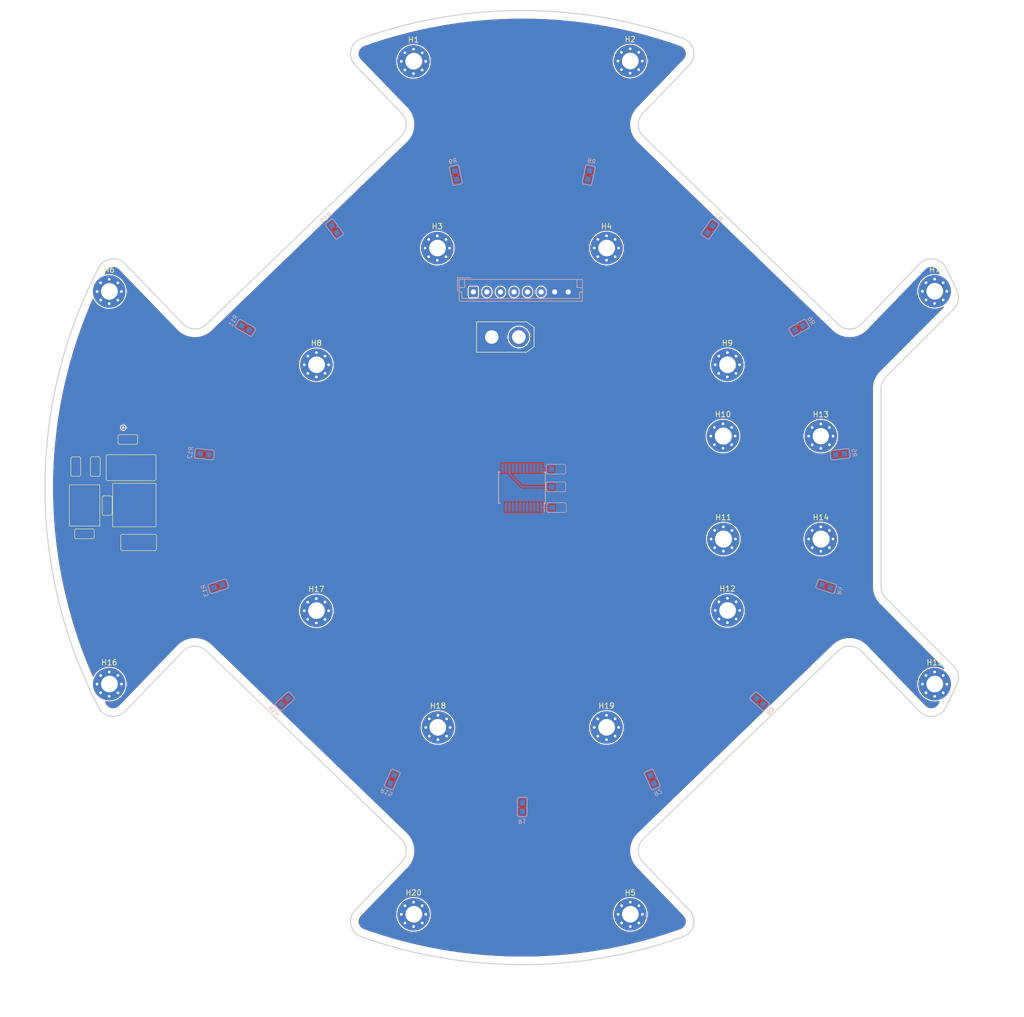
<source format=kicad_pcb>
(kicad_pcb (version 20221018) (generator pcbnew)
  (layers (0 "F.Cu" signal) (31 "B.Cu" signal) (34 "B.Paste" user) (35 "F.Paste" user) (36 "B.SilkS" user "B.Silkscreen") (37 "F.SilkS" user "F.Silkscreen") (38 "B.Mask" user) (39 "F.Mask" user) (44 "Edge.Cuts" user))
  (net 0 "")
  (net 1 "GND")
  (net 2 "+3V3")
  (net 3 "+5V")
  (net 4 "+12V")
  (net 5 "Net-(U2-BOOT)")
  (net 6 "Net-(U2-VSENSE)")
  (net 10 "Net-(D16-K)")
  (net 11 "/M1")
  (net 12 "/M1_S0")
  (net 13 "/M1_S1")
  (net 14 "/M1_S3")
  (net 15 "/M1_S2")
  (net 16 "Net-(U1-I0)")
  (net 17 "Net-(U1-I1)")
  (net 18 "Net-(U1-I2)")
  (net 19 "Net-(U1-I3)")
  (net 20 "Net-(U1-I4)")
  (net 21 "Net-(U1-I5)")
  (net 22 "Net-(U1-I6)")
  (net 23 "Net-(U1-I7)")
  (net 24 "Net-(U1-I8)")
  (net 25 "Net-(U1-I9)")
  (net 26 "Net-(U1-I10)")
  (net 27 "Net-(U1-I11)")
  (net 28 "Net-(U1-~{E})")
  (net 30 "Net-(U1-I12)")
  (net 31 "Net-(U1-I13)")
  (net 32 "Net-(U1-I14)")
  (footprint "MountingHole:MountingHole_3mm_Pad_Via" (layer "F.Cu") (at 146.225664 83.513046)
    (fp_text reference "H9" (at 0 -4) (layer "F.SilkS"))
    (fp_text value "MountingHole_Pad")
    (pad "1" thru_hole circle (at -2.25 0) (size 0.8 0.8) (drill 0.5) (layers "*.Cu" "*.Mask"))
    (pad "1" thru_hole circle (at -1.59099 -1.59099) (size 0.8 0.8) (drill 0.5) (layers "*.Cu" "*.Mask"))
    (pad "1" thru_hole circle (at -1.59099 1.59099) (size 0.8 0.8) (drill 0.5) (layers "*.Cu" "*.Mask"))
    (pad "1" thru_hole circle (at 0 -2.25) (size 0.8 0.8) (drill 0.5) (layers "*.Cu" "*.Mask"))
    (pad "1" thru_hole circle (at 0 0) (size 6 6) (drill 3) (layers "*.Cu" "*.Mask"))
    (pad "1" thru_hole circle (at 0 2.25) (size 0.8 0.8) (drill 0.5) (layers "*.Cu" "*.Mask"))
    (pad "1" thru_hole circle (at 1.59099 -1.59099) (size 0.8 0.8) (drill 0.5) (layers "*.Cu" "*.Mask"))
    (pad "1" thru_hole circle (at 1.59099 1.59099) (size 0.8 0.8) (drill 0.5) (layers "*.Cu" "*.Mask"))
    (pad "1" thru_hole circle (at 2.25 0) (size 0.8 0.8) (drill 0.5) (layers "*.Cu" "*.Mask"))
  )
  (footprint "MountingHole:MountingHole_3mm_Pad_Via" (layer "F.Cu") (at 70.445664 128.893046)
    (fp_text reference "H17" (at 0 -4) (layer "F.SilkS"))
    (fp_text value "MountingHole_Pad")
    (pad "1" thru_hole circle (at -2.25 0) (size 0.8 0.8) (drill 0.5) (layers "*.Cu" "*.Mask"))
    (pad "1" thru_hole circle (at -1.59099 -1.59099) (size 0.8 0.8) (drill 0.5) (layers "*.Cu" "*.Mask"))
    (pad "1" thru_hole circle (at -1.59099 1.59099) (size 0.8 0.8) (drill 0.5) (layers "*.Cu" "*.Mask"))
    (pad "1" thru_hole circle (at 0 -2.25) (size 0.8 0.8) (drill 0.5) (layers "*.Cu" "*.Mask"))
    (pad "1" thru_hole circle (at 0 0) (size 6 6) (drill 3) (layers "*.Cu" "*.Mask"))
    (pad "1" thru_hole circle (at 0 2.25) (size 0.8 0.8) (drill 0.5) (layers "*.Cu" "*.Mask"))
    (pad "1" thru_hole circle (at 1.59099 -1.59099) (size 0.8 0.8) (drill 0.5) (layers "*.Cu" "*.Mask"))
    (pad "1" thru_hole circle (at 1.59099 1.59099) (size 0.8 0.8) (drill 0.5) (layers "*.Cu" "*.Mask"))
    (pad "1" thru_hole circle (at 2.25 0) (size 0.8 0.8) (drill 0.5) (layers "*.Cu" "*.Mask"))
  )
  (footprint "MountingHole:MountingHole_3mm_Pad_Via" (layer "F.Cu") (at 145.415664 96.663046)
    (fp_text reference "H10" (at 0 -4) (layer "F.SilkS"))
    (fp_text value "MountingHole_Pad")
    (pad "1" thru_hole circle (at -2.25 0) (size 0.8 0.8) (drill 0.5) (layers "*.Cu" "*.Mask"))
    (pad "1" thru_hole circle (at -1.59099 -1.59099) (size 0.8 0.8) (drill 0.5) (layers "*.Cu" "*.Mask"))
    (pad "1" thru_hole circle (at -1.59099 1.59099) (size 0.8 0.8) (drill 0.5) (layers "*.Cu" "*.Mask"))
    (pad "1" thru_hole circle (at 0 -2.25) (size 0.8 0.8) (drill 0.5) (layers "*.Cu" "*.Mask"))
    (pad "1" thru_hole circle (at 0 0) (size 6 6) (drill 3) (layers "*.Cu" "*.Mask"))
    (pad "1" thru_hole circle (at 0 2.25) (size 0.8 0.8) (drill 0.5) (layers "*.Cu" "*.Mask"))
    (pad "1" thru_hole circle (at 1.59099 -1.59099) (size 0.8 0.8) (drill 0.5) (layers "*.Cu" "*.Mask"))
    (pad "1" thru_hole circle (at 1.59099 1.59099) (size 0.8 0.8) (drill 0.5) (layers "*.Cu" "*.Mask"))
    (pad "1" thru_hole circle (at 2.25 0) (size 0.8 0.8) (drill 0.5) (layers "*.Cu" "*.Mask"))
  )
  (footprint "MountingHole:MountingHole_3mm_Pad_Via" (layer "F.Cu") (at 88.355664 27.553046)
    (fp_text reference "H1" (at 0 -4) (layer "F.SilkS"))
    (fp_text value "MountingHole_Pad")
    (pad "1" thru_hole circle (at -2.25 0) (size 0.8 0.8) (drill 0.5) (layers "*.Cu" "*.Mask"))
    (pad "1" thru_hole circle (at -1.59099 -1.59099) (size 0.8 0.8) (drill 0.5) (layers "*.Cu" "*.Mask"))
    (pad "1" thru_hole circle (at -1.59099 1.59099) (size 0.8 0.8) (drill 0.5) (layers "*.Cu" "*.Mask"))
    (pad "1" thru_hole circle (at 0 -2.25) (size 0.8 0.8) (drill 0.5) (layers "*.Cu" "*.Mask"))
    (pad "1" thru_hole circle (at 0 0) (size 6 6) (drill 3) (layers "*.Cu" "*.Mask"))
    (pad "1" thru_hole circle (at 0 2.25) (size 0.8 0.8) (drill 0.5) (layers "*.Cu" "*.Mask"))
    (pad "1" thru_hole circle (at 1.59099 -1.59099) (size 0.8 0.8) (drill 0.5) (layers "*.Cu" "*.Mask"))
    (pad "1" thru_hole circle (at 1.59099 1.59099) (size 0.8 0.8) (drill 0.5) (layers "*.Cu" "*.Mask"))
    (pad "1" thru_hole circle (at 2.25 0) (size 0.8 0.8) (drill 0.5) (layers "*.Cu" "*.Mask"))
  )
  (footprint "Library:res0603" (layer "F.Cu") (at 26.085662 102.293053 90)
    (fp_text reference "R19" hide)
    (fp_text value "5K9")
    (pad "1" smd roundrect (at -0.8 0 90) (size 1 1) (layers "F.Cu" "F.Paste" "F.Mask") (roundrect_rratio 0.1) (net 6 "Net-(U2-VSENSE)"))
    (pad "2" smd roundrect (at 0.8 0 90) (size 1 1) (layers "F.Cu" "F.Paste" "F.Mask") (roundrect_rratio 0.1) (net 1 "GND"))
  )
  (footprint "Library:res0603" (layer "F.Cu") (at 29.685662 102.293053 -90)
    (fp_text reference "R18" hide)
    (fp_text value "10K")
    (pad "1" smd roundrect (at -0.8 0 270) (size 1 1) (layers "F.Cu" "F.Paste" "F.Mask") (roundrect_rratio 0.1) (net 2 "+3V3"))
    (pad "2" smd roundrect (at 0.8 0 270) (size 1 1) (layers "F.Cu" "F.Paste" "F.Mask") (roundrect_rratio 0.1) (net 6 "Net-(U2-VSENSE)"))
  )
  (footprint "MountingHole:MountingHole_3mm_Pad_Via" (layer "F.Cu") (at 92.865664 150.423046)
    (fp_text reference "H18" (at 0 -4) (layer "F.SilkS"))
    (fp_text value "MountingHole_Pad")
    (pad "1" thru_hole circle (at -2.25 0) (size 0.8 0.8) (drill 0.5) (layers "*.Cu" "*.Mask"))
    (pad "1" thru_hole circle (at -1.59099 -1.59099) (size 0.8 0.8) (drill 0.5) (layers "*.Cu" "*.Mask"))
    (pad "1" thru_hole circle (at -1.59099 1.59099) (size 0.8 0.8) (drill 0.5) (layers "*.Cu" "*.Mask"))
    (pad "1" thru_hole circle (at 0 -2.25) (size 0.8 0.8) (drill 0.5) (layers "*.Cu" "*.Mask"))
    (pad "1" thru_hole circle (at 0 0) (size 6 6) (drill 3) (layers "*.Cu" "*.Mask"))
    (pad "1" thru_hole circle (at 0 2.25) (size 0.8 0.8) (drill 0.5) (layers "*.Cu" "*.Mask"))
    (pad "1" thru_hole circle (at 1.59099 -1.59099) (size 0.8 0.8) (drill 0.5) (layers "*.Cu" "*.Mask"))
    (pad "1" thru_hole circle (at 1.59099 1.59099) (size 0.8 0.8) (drill 0.5) (layers "*.Cu" "*.Mask"))
    (pad "1" thru_hole circle (at 2.25 0) (size 0.8 0.8) (drill 0.5) (layers "*.Cu" "*.Mask"))
  )
  (footprint "MountingHole:MountingHole_3mm_Pad_Via" (layer "F.Cu") (at 123.937931 61.980127)
    (fp_text reference "H4" (at 0 -4) (layer "F.SilkS"))
    (fp_text value "MountingHole_Pad")
    (pad "1" thru_hole circle (at -2.25 0) (size 0.8 0.8) (drill 0.5) (layers "*.Cu" "*.Mask"))
    (pad "1" thru_hole circle (at -1.59099 -1.59099) (size 0.8 0.8) (drill 0.5) (layers "*.Cu" "*.Mask"))
    (pad "1" thru_hole circle (at -1.59099 1.59099) (size 0.8 0.8) (drill 0.5) (layers "*.Cu" "*.Mask"))
    (pad "1" thru_hole circle (at 0 -2.25) (size 0.8 0.8) (drill 0.5) (layers "*.Cu" "*.Mask"))
    (pad "1" thru_hole circle (at 0 0) (size 6 6) (drill 3) (layers "*.Cu" "*.Mask"))
    (pad "1" thru_hole circle (at 0 2.25) (size 0.8 0.8) (drill 0.5) (layers "*.Cu" "*.Mask"))
    (pad "1" thru_hole circle (at 1.59099 -1.59099) (size 0.8 0.8) (drill 0.5) (layers "*.Cu" "*.Mask"))
    (pad "1" thru_hole circle (at 1.59099 1.59099) (size 0.8 0.8) (drill 0.5) (layers "*.Cu" "*.Mask"))
    (pad "1" thru_hole circle (at 2.25 0) (size 0.8 0.8) (drill 0.5) (layers "*.Cu" "*.Mask"))
  )
  (footprint "Library:cap0603" (layer "F.Cu") (at 31.885662 109.493053 -90)
    (fp_text reference "C2" hide)
    (fp_text value "10n")
    (pad "1" smd roundrect (at -0.8 0 270) (size 1 1) (layers "F.Cu" "F.Paste" "F.Mask") (roundrect_rratio 0.1) (net 5 "Net-(U2-BOOT)"))
    (pad "2" smd roundrect (at 0.8 0 270) (size 1 1) (layers "F.Cu" "F.Paste" "F.Mask") (roundrect_rratio 0.1) (net 10 "Net-(D16-K)"))
  )
  (footprint "MountingHole:MountingHole_3mm_Pad_Via" (layer "F.Cu") (at 128.295664 27.483046)
    (fp_text reference "H2" (at 0 -4) (layer "F.SilkS"))
    (fp_text value "MountingHole_Pad")
    (pad "1" thru_hole circle (at -2.25 0) (size 0.8 0.8) (drill 0.5) (layers "*.Cu" "*.Mask"))
    (pad "1" thru_hole circle (at -1.59099 -1.59099) (size 0.8 0.8) (drill 0.5) (layers "*.Cu" "*.Mask"))
    (pad "1" thru_hole circle (at -1.59099 1.59099) (size 0.8 0.8) (drill 0.5) (layers "*.Cu" "*.Mask"))
    (pad "1" thru_hole circle (at 0 -2.25) (size 0.8 0.8) (drill 0.5) (layers "*.Cu" "*.Mask"))
    (pad "1" thru_hole circle (at 0 0) (size 6 6) (drill 3) (layers "*.Cu" "*.Mask"))
    (pad "1" thru_hole circle (at 0 2.25) (size 0.8 0.8) (drill 0.5) (layers "*.Cu" "*.Mask"))
    (pad "1" thru_hole circle (at 1.59099 -1.59099) (size 0.8 0.8) (drill 0.5) (layers "*.Cu" "*.Mask"))
    (pad "1" thru_hole circle (at 1.59099 1.59099) (size 0.8 0.8) (drill 0.5) (layers "*.Cu" "*.Mask"))
    (pad "1" thru_hole circle (at 2.25 0) (size 0.8 0.8) (drill 0.5) (layers "*.Cu" "*.Mask"))
  )
  (footprint "Library:SMA (DO-214AC)" (layer "F.Cu") (at 37.685662 116.293053 180)
    (fp_text reference "D16" hide)
    (fp_text value "SS54" hide)
    (pad "1" smd roundrect (at -2 0 270) (size 1.5 2) (layers "F.Cu" "F.Paste" "F.Mask") (roundrect_rratio 0.1) (net 10 "Net-(D16-K)"))
    (pad "2" smd roundrect (at 2 0 270) (size 1.5 2) (layers "F.Cu" "F.Paste" "F.Mask") (roundrect_rratio 0.1) (net 1 "GND"))
  )
  (footprint "MountingHole:MountingHole_3mm_Pad_Via" (layer "F.Cu") (at 145.485664 115.663046)
    (fp_text reference "H11" (at 0 -4) (layer "F.SilkS"))
    (fp_text value "MountingHole_Pad")
    (pad "1" thru_hole circle (at -2.25 0) (size 0.8 0.8) (drill 0.5) (layers "*.Cu" "*.Mask"))
    (pad "1" thru_hole circle (at -1.59099 -1.59099) (size 0.8 0.8) (drill 0.5) (layers "*.Cu" "*.Mask"))
    (pad "1" thru_hole circle (at -1.59099 1.59099) (size 0.8 0.8) (drill 0.5) (layers "*.Cu" "*.Mask"))
    (pad "1" thru_hole circle (at 0 -2.25) (size 0.8 0.8) (drill 0.5) (layers "*.Cu" "*.Mask"))
    (pad "1" thru_hole circle (at 0 0) (size 6 6) (drill 3) (layers "*.Cu" "*.Mask"))
    (pad "1" thru_hole circle (at 0 2.25) (size 0.8 0.8) (drill 0.5) (layers "*.Cu" "*.Mask"))
    (pad "1" thru_hole circle (at 1.59099 -1.59099) (size 0.8 0.8) (drill 0.5) (layers "*.Cu" "*.Mask"))
    (pad "1" thru_hole circle (at 1.59099 1.59099) (size 0.8 0.8) (drill 0.5) (layers "*.Cu" "*.Mask"))
    (pad "1" thru_hole circle (at 2.25 0) (size 0.8 0.8) (drill 0.5) (layers "*.Cu" "*.Mask"))
  )
  (footprint "MountingHole:MountingHole_3mm_Pad_Via" (layer "F.Cu") (at 163.455664 96.683046)
    (fp_text reference "H13" (at 0 -4) (layer "F.SilkS"))
    (fp_text value "MountingHole_Pad")
    (pad "1" thru_hole circle (at -2.25 0) (size 0.8 0.8) (drill 0.5) (layers "*.Cu" "*.Mask"))
    (pad "1" thru_hole circle (at -1.59099 -1.59099) (size 0.8 0.8) (drill 0.5) (layers "*.Cu" "*.Mask"))
    (pad "1" thru_hole circle (at -1.59099 1.59099) (size 0.8 0.8) (drill 0.5) (layers "*.Cu" "*.Mask"))
    (pad "1" thru_hole circle (at 0 -2.25) (size 0.8 0.8) (drill 0.5) (layers "*.Cu" "*.Mask"))
    (pad "1" thru_hole circle (at 0 0) (size 6 6) (drill 3) (layers "*.Cu" "*.Mask"))
    (pad "1" thru_hole circle (at 0 2.25) (size 0.8 0.8) (drill 0.5) (layers "*.Cu" "*.Mask"))
    (pad "1" thru_hole circle (at 1.59099 -1.59099) (size 0.8 0.8) (drill 0.5) (layers "*.Cu" "*.Mask"))
    (pad "1" thru_hole circle (at 1.59099 1.59099) (size 0.8 0.8) (drill 0.5) (layers "*.Cu" "*.Mask"))
    (pad "1" thru_hole circle (at 2.25 0) (size 0.8 0.8) (drill 0.5) (layers "*.Cu" "*.Mask"))
  )
  (footprint "MountingHole:MountingHole_3mm_Pad_Via" (layer "F.Cu") (at 184.435664 69.963046)
    (fp_text reference "H7" (at 0 -4) (layer "F.SilkS"))
    (fp_text value "MountingHole_Pad")
    (pad "1" thru_hole circle (at -2.25 0) (size 0.8 0.8) (drill 0.5) (layers "*.Cu" "*.Mask"))
    (pad "1" thru_hole circle (at -1.59099 -1.59099) (size 0.8 0.8) (drill 0.5) (layers "*.Cu" "*.Mask"))
    (pad "1" thru_hole circle (at -1.59099 1.59099) (size 0.8 0.8) (drill 0.5) (layers "*.Cu" "*.Mask"))
    (pad "1" thru_hole circle (at 0 -2.25) (size 0.8 0.8) (drill 0.5) (layers "*.Cu" "*.Mask"))
    (pad "1" thru_hole circle (at 0 0) (size 6 6) (drill 3) (layers "*.Cu" "*.Mask"))
    (pad "1" thru_hole circle (at 0 2.25) (size 0.8 0.8) (drill 0.5) (layers "*.Cu" "*.Mask"))
    (pad "1" thru_hole circle (at 1.59099 -1.59099) (size 0.8 0.8) (drill 0.5) (layers "*.Cu" "*.Mask"))
    (pad "1" thru_hole circle (at 1.59099 1.59099) (size 0.8 0.8) (drill 0.5) (layers "*.Cu" "*.Mask"))
    (pad "1" thru_hole circle (at 2.25 0) (size 0.8 0.8) (drill 0.5) (layers "*.Cu" "*.Mask"))
  )
  (footprint "MountingHole:MountingHole_3mm_Pad_Via" (layer "F.Cu") (at 88.365664 184.893046)
    (fp_text reference "H20" (at 0 -4) (layer "F.SilkS"))
    (fp_text value "MountingHole_Pad")
    (pad "1" thru_hole circle (at -2.25 0) (size 0.8 0.8) (drill 0.5) (layers "*.Cu" "*.Mask"))
    (pad "1" thru_hole circle (at -1.59099 -1.59099) (size 0.8 0.8) (drill 0.5) (layers "*.Cu" "*.Mask"))
    (pad "1" thru_hole circle (at -1.59099 1.59099) (size 0.8 0.8) (drill 0.5) (layers "*.Cu" "*.Mask"))
    (pad "1" thru_hole circle (at 0 -2.25) (size 0.8 0.8) (drill 0.5) (layers "*.Cu" "*.Mask"))
    (pad "1" thru_hole circle (at 0 0) (size 6 6) (drill 3) (layers "*.Cu" "*.Mask"))
    (pad "1" thru_hole circle (at 0 2.25) (size 0.8 0.8) (drill 0.5) (layers "*.Cu" "*.Mask"))
    (pad "1" thru_hole circle (at 1.59099 -1.59099) (size 0.8 0.8) (drill 0.5) (layers "*.Cu" "*.Mask"))
    (pad "1" thru_hole circle (at 1.59099 1.59099) (size 0.8 0.8) (drill 0.5) (layers "*.Cu" "*.Mask"))
    (pad "1" thru_hole circle (at 2.25 0) (size 0.8 0.8) (drill 0.5) (layers "*.Cu" "*.Mask"))
  )
  (footprint "Library:AMASS_XT30-F" (layer "F.Cu") (at 105.281206 78.395088)
    (fp_text reference "J1" hide)
    (fp_text value "Conn_01x02")
    (pad "1" thru_hole circle (at 2.5 0 180) (size 3.8 3.8) (drill 2.5) (layers "*.Cu" "*.Mask") (net 4 "+12V"))
    (pad "2" thru_hole roundrect (at -2.5 0 180) (size 3.8 3.8) (drill 2.5) (layers "*.Cu" "*.Mask") (roundrect_rratio 0.1) (net 1 "GND"))
  )
  (footprint "MountingHole:MountingHole_3mm_Pad_Via" (layer "F.Cu") (at 163.455664 115.663046)
    (fp_text reference "H14" (at 0 -4) (layer "F.SilkS"))
    (fp_text value "MountingHole_Pad")
    (pad "1" thru_hole circle (at -2.25 0) (size 0.8 0.8) (drill 0.5) (layers "*.Cu" "*.Mask"))
    (pad "1" thru_hole circle (at -1.59099 -1.59099) (size 0.8 0.8) (drill 0.5) (layers "*.Cu" "*.Mask"))
    (pad "1" thru_hole circle (at -1.59099 1.59099) (size 0.8 0.8) (drill 0.5) (layers "*.Cu" "*.Mask"))
    (pad "1" thru_hole circle (at 0 -2.25) (size 0.8 0.8) (drill 0.5) (layers "*.Cu" "*.Mask"))
    (pad "1" thru_hole circle (at 0 0) (size 6 6) (drill 3) (layers "*.Cu" "*.Mask"))
    (pad "1" thru_hole circle (at 0 2.25) (size 0.8 0.8) (drill 0.5) (layers "*.Cu" "*.Mask"))
    (pad "1" thru_hole circle (at 1.59099 -1.59099) (size 0.8 0.8) (drill 0.5) (layers "*.Cu" "*.Mask"))
    (pad "1" thru_hole circle (at 1.59099 1.59099) (size 0.8 0.8) (drill 0.5) (layers "*.Cu" "*.Mask"))
    (pad "1" thru_hole circle (at 2.25 0) (size 0.8 0.8) (drill 0.5) (layers "*.Cu" "*.Mask"))
  )
  (footprint "MountingHole:MountingHole_3mm_Pad_Via" (layer "F.Cu") (at 32.255664 142.423046)
    (fp_text reference "H16" (at 0 -4) (layer "F.SilkS"))
    (fp_text value "MountingHole_Pad")
    (pad "1" thru_hole circle (at -2.25 0) (size 0.8 0.8) (drill 0.5) (layers "*.Cu" "*.Mask"))
    (pad "1" thru_hole circle (at -1.59099 -1.59099) (size 0.8 0.8) (drill 0.5) (layers "*.Cu" "*.Mask"))
    (pad "1" thru_hole circle (at -1.59099 1.59099) (size 0.8 0.8) (drill 0.5) (layers "*.Cu" "*.Mask"))
    (pad "1" thru_hole circle (at 0 -2.25) (size 0.8 0.8) (drill 0.5) (layers "*.Cu" "*.Mask"))
    (pad "1" thru_hole circle (at 0 0) (size 6 6) (drill 3) (layers "*.Cu" "*.Mask"))
    (pad "1" thru_hole circle (at 0 2.25) (size 0.8 0.8) (drill 0.5) (layers "*.Cu" "*.Mask"))
    (pad "1" thru_hole circle (at 1.59099 -1.59099) (size 0.8 0.8) (drill 0.5) (layers "*.Cu" "*.Mask"))
    (pad "1" thru_hole circle (at 1.59099 1.59099) (size 0.8 0.8) (drill 0.5) (layers "*.Cu" "*.Mask"))
    (pad "1" thru_hole circle (at 2.25 0) (size 0.8 0.8) (drill 0.5) (layers "*.Cu" "*.Mask"))
  )
  (footprint "MountingHole:MountingHole_3mm_Pad_Via" (layer "F.Cu") (at 128.325664 184.893046)
    (fp_text reference "H5" (at 0 -4) (layer "F.SilkS"))
    (fp_text value "MountingHole_Pad")
    (pad "1" thru_hole circle (at -2.25 0) (size 0.8 0.8) (drill 0.5) (layers "*.Cu" "*.Mask"))
    (pad "1" thru_hole circle (at -1.59099 -1.59099) (size 0.8 0.8) (drill 0.5) (layers "*.Cu" "*.Mask"))
    (pad "1" thru_hole circle (at -1.59099 1.59099) (size 0.8 0.8) (drill 0.5) (layers "*.Cu" "*.Mask"))
    (pad "1" thru_hole circle (at 0 -2.25) (size 0.8 0.8) (drill 0.5) (layers "*.Cu" "*.Mask"))
    (pad "1" thru_hole circle (at 0 0) (size 6 6) (drill 3) (layers "*.Cu" "*.Mask"))
    (pad "1" thru_hole circle (at 0 2.25) (size 0.8 0.8) (drill 0.5) (layers "*.Cu" "*.Mask"))
    (pad "1" thru_hole circle (at 1.59099 -1.59099) (size 0.8 0.8) (drill 0.5) (layers "*.Cu" "*.Mask"))
    (pad "1" thru_hole circle (at 1.59099 1.59099) (size 0.8 0.8) (drill 0.5) (layers "*.Cu" "*.Mask"))
    (pad "1" thru_hole circle (at 2.25 0) (size 0.8 0.8) (drill 0.5) (layers "*.Cu" "*.Mask"))
  )
  (footprint "MountingHole:MountingHole_3mm_Pad_Via" (layer "F.Cu") (at 123.935664 150.423046)
    (fp_text reference "H19" (at 0 -4) (layer "F.SilkS"))
    (fp_text value "MountingHole_Pad")
    (pad "1" thru_hole circle (at -2.25 0) (size 0.8 0.8) (drill 0.5) (layers "*.Cu" "*.Mask"))
    (pad "1" thru_hole circle (at -1.59099 -1.59099) (size 0.8 0.8) (drill 0.5) (layers "*.Cu" "*.Mask"))
    (pad "1" thru_hole circle (at -1.59099 1.59099) (size 0.8 0.8) (drill 0.5) (layers "*.Cu" "*.Mask"))
    (pad "1" thru_hole circle (at 0 -2.25) (size 0.8 0.8) (drill 0.5) (layers "*.Cu" "*.Mask"))
    (pad "1" thru_hole circle (at 0 0) (size 6 6) (drill 3) (layers "*.Cu" "*.Mask"))
    (pad "1" thru_hole circle (at 0 2.25) (size 0.8 0.8) (drill 0.5) (layers "*.Cu" "*.Mask"))
    (pad "1" thru_hole circle (at 1.59099 -1.59099) (size 0.8 0.8) (drill 0.5) (layers "*.Cu" "*.Mask"))
    (pad "1" thru_hole circle (at 1.59099 1.59099) (size 0.8 0.8) (drill 0.5) (layers "*.Cu" "*.Mask"))
    (pad "1" thru_hole circle (at 2.25 0) (size 0.8 0.8) (drill 0.5) (layers "*.Cu" "*.Mask"))
  )
  (footprint "MountingHole:MountingHole_3mm_Pad_Via" (layer "F.Cu") (at 146.245664 128.833046)
    (fp_text reference "H12" (at 0 -4) (layer "F.SilkS"))
    (fp_text value "MountingHole_Pad")
    (pad "1" thru_hole circle (at -2.25 0) (size 0.8 0.8) (drill 0.5) (layers "*.Cu" "*.Mask"))
    (pad "1" thru_hole circle (at -1.59099 -1.59099) (size 0.8 0.8) (drill 0.5) (layers "*.Cu" "*.Mask"))
    (pad "1" thru_hole circle (at -1.59099 1.59099) (size 0.8 0.8) (drill 0.5) (layers "*.Cu" "*.Mask"))
    (pad "1" thru_hole circle (at 0 -2.25) (size 0.8 0.8) (drill 0.5) (layers "*.Cu" "*.Mask"))
    (pad "1" thru_hole circle (at 0 0) (size 6 6) (drill 3) (layers "*.Cu" "*.Mask"))
    (pad "1" thru_hole circle (at 0 2.25) (size 0.8 0.8) (drill 0.5) (layers "*.Cu" "*.Mask"))
    (pad "1" thru_hole circle (at 1.59099 -1.59099) (size 0.8 0.8) (drill 0.5) (layers "*.Cu" "*.Mask"))
    (pad "1" thru_hole circle (at 1.59099 1.59099) (size 0.8 0.8) (drill 0.5) (layers "*.Cu" "*.Mask"))
    (pad "1" thru_hole circle (at 2.25 0) (size 0.8 0.8) (drill 0.5) (layers "*.Cu" "*.Mask"))
  )
  (footprint "Library:cap0603" (layer "F.Cu") (at 27.685662 114.693053 180)
    (fp_text reference "C5" hide)
    (fp_text value "10u")
    (pad "1" smd roundrect (at -0.8 0 180) (size 1 1) (layers "F.Cu" "F.Paste" "F.Mask") (roundrect_rratio 0.1) (net 3 "+5V"))
    (pad "2" smd roundrect (at 0.8 0 180) (size 1 1) (layers "F.Cu" "F.Paste" "F.Mask") (roundrect_rratio 0.1) (net 1 "GND"))
  )
  (footprint "MountingHole:MountingHole_3mm_Pad_Via" (layer "F.Cu") (at 70.455664 83.513046)
    (fp_text reference "H8" (at 0 -4) (layer "F.SilkS"))
    (fp_text value "MountingHole_Pad")
    (pad "1" thru_hole circle (at -2.25 0) (size 0.8 0.8) (drill 0.5) (layers "*.Cu" "*.Mask"))
    (pad "1" thru_hole circle (at -1.59099 -1.59099) (size 0.8 0.8) (drill 0.5) (layers "*.Cu" "*.Mask"))
    (pad "1" thru_hole circle (at -1.59099 1.59099) (size 0.8 0.8) (drill 0.5) (layers "*.Cu" "*.Mask"))
    (pad "1" thru_hole circle (at 0 -2.25) (size 0.8 0.8) (drill 0.5) (layers "*.Cu" "*.Mask"))
    (pad "1" thru_hole circle (at 0 0) (size 6 6) (drill 3) (layers "*.Cu" "*.Mask"))
    (pad "1" thru_hole circle (at 0 2.25) (size 0.8 0.8) (drill 0.5) (layers "*.Cu" "*.Mask"))
    (pad "1" thru_hole circle (at 1.59099 -1.59099) (size 0.8 0.8) (drill 0.5) (layers "*.Cu" "*.Mask"))
    (pad "1" thru_hole circle (at 1.59099 1.59099) (size 0.8 0.8) (drill 0.5) (layers "*.Cu" "*.Mask"))
    (pad "1" thru_hole circle (at 2.25 0) (size 0.8 0.8) (drill 0.5) (layers "*.Cu" "*.Mask"))
  )
  (footprint "MountingHole:MountingHole_3mm_Pad_Via" (layer "F.Cu") (at 92.745664 61.993046)
    (fp_text reference "H3" (at 0 -4) (layer "F.SilkS"))
    (fp_text value "MountingHole_Pad")
    (pad "1" thru_hole circle (at -2.25 0) (size 0.8 0.8) (drill 0.5) (layers "*.Cu" "*.Mask"))
    (pad "1" thru_hole circle (at -1.59099 -1.59099) (size 0.8 0.8) (drill 0.5) (layers "*.Cu" "*.Mask"))
    (pad "1" thru_hole circle (at -1.59099 1.59099) (size 0.8 0.8) (drill 0.5) (layers "*.Cu" "*.Mask"))
    (pad "1" thru_hole circle (at 0 -2.25) (size 0.8 0.8) (drill 0.5) (layers "*.Cu" "*.Mask"))
    (pad "1" thru_hole circle (at 0 0) (size 6 6) (drill 3) (layers "*.Cu" "*.Mask"))
    (pad "1" thru_hole circle (at 0 2.25) (size 0.8 0.8) (drill 0.5) (layers "*.Cu" "*.Mask"))
    (pad "1" thru_hole circle (at 1.59099 -1.59099) (size 0.8 0.8) (drill 0.5) (layers "*.Cu" "*.Mask"))
    (pad "1" thru_hole circle (at 1.59099 1.59099) (size 0.8 0.8) (drill 0.5) (layers "*.Cu" "*.Mask"))
    (pad "1" thru_hole circle (at 2.25 0) (size 0.8 0.8) (drill 0.5) (layers "*.Cu" "*.Mask"))
  )
  (footprint "Library:EIA-7343-D" (layer "F.Cu") (at 36.285662 102.493053)
    (fp_text reference "C3" hide)
    (fp_text value "220u")
    (pad "1" smd roundrect (at -3.2 0) (size 2.1 2.6) (layers "F.Cu" "F.Paste" "F.Mask") (roundrect_rratio 0.120482) (net 2 "+3V3"))
    (pad "2" smd roundrect (at 3.2 0) (size 2.1 2.6) (layers "F.Cu" "F.Paste" "F.Mask") (roundrect_rratio 0.120482) (net 1 "GND"))
  )
  (footprint "MountingHole:MountingHole_3mm_Pad_Via" (layer "F.Cu") (at 32.255664 70.003046)
    (fp_text reference "H6" (at 0 -4) (layer "F.SilkS"))
    (fp_text value "MountingHole_Pad")
    (pad "1" thru_hole circle (at -2.25 0) (size 0.8 0.8) (drill 0.5) (layers "*.Cu" "*.Mask"))
    (pad "1" thru_hole circle (at -1.59099 -1.59099) (size 0.8 0.8) (drill 0.5) (layers "*.Cu" "*.Mask"))
    (pad "1" thru_hole circle (at -1.59099 1.59099) (size 0.8 0.8) (drill 0.5) (layers "*.Cu" "*.Mask"))
    (pad "1" thru_hole circle (at 0 -2.25) (size 0.8 0.8) (drill 0.5) (layers "*.Cu" "*.Mask"))
    (pad "1" thru_hole circle (at 0 0) (size 6 6) (drill 3) (layers "*.Cu" "*.Mask"))
    (pad "1" thru_hole circle (at 0 2.25) (size 0.8 0.8) (drill 0.5) (layers "*.Cu" "*.Mask"))
    (pad "1" thru_hole circle (at 1.59099 -1.59099) (size 0.8 0.8) (drill 0.5) (layers "*.Cu" "*.Mask"))
    (pad "1" thru_hole circle (at 1.59099 1.59099) (size 0.8 0.8) (drill 0.5) (layers "*.Cu" "*.Mask"))
    (pad "1" thru_hole circle (at 2.25 0) (size 0.8 0.8) (drill 0.5) (layers "*.Cu" "*.Mask"))
  )
  (footprint "MountingHole:MountingHole_3mm_Pad_Via" (layer "F.Cu") (at 184.435664 142.423046)
    (fp_text reference "H15" (at 0 -4) (layer "F.SilkS"))
    (fp_text value "MountingHole_Pad")
    (pad "1" thru_hole circle (at -2.25 0) (size 0.8 0.8) (drill 0.5) (layers "*.Cu" "*.Mask"))
    (pad "1" thru_hole circle (at -1.59099 -1.59099) (size 0.8 0.8) (drill 0.5) (layers "*.Cu" "*.Mask"))
    (pad "1" thru_hole circle (at -1.59099 1.59099) (size 0.8 0.8) (drill 0.5) (layers "*.Cu" "*.Mask"))
    (pad "1" thru_hole circle (at 0 -2.25) (size 0.8 0.8) (drill 0.5) (layers "*.Cu" "*.Mask"))
    (pad "1" thru_hole circle (at 0 0) (size 6 6) (drill 3) (layers "*.Cu" "*.Mask"))
    (pad "1" thru_hole circle (at 0 2.25) (size 0.8 0.8) (drill 0.5) (layers "*.Cu" "*.Mask"))
    (pad "1" thru_hole circle (at 1.59099 -1.59099) (size 0.8 0.8) (drill 0.5) (layers "*.Cu" "*.Mask"))
    (pad "1" thru_hole circle (at 1.59099 1.59099) (size 0.8 0.8) (drill 0.5) (layers "*.Cu" "*.Mask"))
    (pad "1" thru_hole circle (at 2.25 0) (size 0.8 0.8) (drill 0.5) (layers "*.Cu" "*.Mask"))
  )
  (footprint "Library:TI_SO-PowerPAD-8" (layer "F.Cu") (at 27.715662 109.463053 -90)
    (fp_text reference "U2" hide)
    (fp_text value "TPS5430DDA")
    (pad "1" smd roundrect (at -2.7 -1.905 270) (size 1.55 0.6) (layers "F.Cu" "F.Paste" "F.Mask") (roundrect_rratio 0.1) (net 5 "Net-(U2-BOOT)"))
    (pad "2" smd roundrect (at -2.7 -0.635 270) (size 1.55 0.6) (layers "F.Cu" "F.Paste" "F.Mask") (roundrect_rratio 0.1))
    (pad "3" smd roundrect (at -2.7 0.635 270) (size 1.55 0.6) (layers "F.Cu" "F.Paste" "F.Mask") (roundrect_rratio 0.1))
    (pad "4" smd roundrect (at -2.7 1.905 270) (size 1.55 0.6) (layers "F.Cu" "F.Paste" "F.Mask") (roundrect_rratio 0.1) (net 6 "Net-(U2-VSENSE)"))
    (pad "5" smd roundrect (at 2.7 1.905 270) (size 1.55 0.6) (layers "F.Cu" "F.Paste" "F.Mask") (roundrect_rratio 0.1))
    (pad "6" smd roundrect (at 2.7 0.635 270) (size 1.55 0.6) (layers "F.Cu" "F.Paste" "F.Mask") (roundrect_rratio 0.1) (net 1 "GND"))
    (pad "7" smd roundrect (at 2.7 -0.635 270) (size 1.55 0.6) (layers "F.Cu" "F.Paste" "F.Mask") (roundrect_rratio 0.1) (net 3 "+5V"))
    (pad "8" smd roundrect (at 2.7 -1.905 270) (size 1.55 0.6) (layers "F.Cu" "F.Paste" "F.Mask") (roundrect_rratio 0.1) (net 10 "Net-(D16-K)"))
    (pad "9" smd rect (at 0 0 270) (size 2.95 4.5) (layers "F.Cu" "F.Paste" "F.Mask") (net 1 "GND"))
  )
  (footprint "Library:cap0603" (layer "F.Cu") (at 35.685662 97.293053)
    (fp_text reference "C4" hide)
    (fp_text value "0u1")
    (pad "1" smd roundrect (at -0.8 0) (size 1 1) (layers "F.Cu" "F.Paste" "F.Mask") (roundrect_rratio 0.1) (net 2 "+3V3"))
    (pad "2" smd roundrect (at 0.8 0) (size 1 1) (layers "F.Cu" "F.Paste" "F.Mask") (roundrect_rratio 0.1) (net 1 "GND"))
  )
  (footprint "Library:0630 One Piece Inductor" (layer "F.Cu") (at 36.885662 109.393053 90)
    (fp_text reference "L1" hide)
    (fp_text value "15uH")
    (pad "1" smd roundrect (at -2.7 0 90) (size 2 3.6) (layers "F.Cu" "F.Paste" "F.Mask") (roundrect_rratio 0.1) (net 10 "Net-(D16-K)"))
    (pad "2" smd roundrect (at 2.7 0 90) (size 2 3.6) (layers "F.Cu" "F.Paste" "F.Mask") (roundrect_rratio 0.1) (net 2 "+3V3"))
  )
  (footprint "Library:ALS-PT19" (layer "B.Cu") (at 52.361806 124.382806 18)
    (fp_text reference "R13" (at -2.6 0 108 unlocked) (layer "B.SilkS") (effects (font (size 0.8 0.8) (thickness 0.1)) (justify mirror)))
    (fp_text value "R_Photo")
    (pad "1" smd roundrect (at -0.8 0 18) (size 1 1) (layers "B.Cu" "B.Mask") (roundrect_rratio 0.1) (net 2 "+3V3"))
    (pad "2" smd roundrect (at 0.8 0 18) (size 1 1) (layers "B.Cu" "B.Mask") (roundrect_rratio 0.1) (net 30 "Net-(U1-I12)"))
  )
  (footprint "Library:ALS-PT19" (layer "B.Cu") (at 159.438809 76.709053 -150)
    (fp_text reference "R6" (at -2.6 0 -60 unlocked) (layer "B.SilkS") (effects (font (size 0.8 0.8) (thickness 0.1)) (justify mirror)))
    (fp_text value "R_Photo")
    (pad "1" smd roundrect (at -0.8 0 210) (size 1 1) (layers "B.Cu" "B.Mask") (roundrect_rratio 0.1) (net 2 "+3V3"))
    (pad "2" smd roundrect (at 0.8 0 210) (size 1 1) (layers "B.Cu" "B.Mask") (roundrect_rratio 0.1) (net 21 "Net-(U1-I5)"))
  )
  (footprint "Library:ALS-PT19" (layer "B.Cu") (at 64.613626 145.603581 42)
    (fp_text reference "R14" (at -2.6 0 132 unlocked) (layer "B.SilkS") (effects (font (size 0.8 0.8) (thickness 0.1)) (justify mirror)))
    (fp_text value "R_Photo")
    (pad "1" smd roundrect (at -0.8 0 42) (size 1 1) (layers "B.Cu" "B.Mask") (roundrect_rratio 0.1) (net 2 "+3V3"))
    (pad "2" smd roundrect (at 0.8 0 42) (size 1 1) (layers "B.Cu" "B.Mask") (roundrect_rratio 0.1) (net 31 "Net-(U1-I13)"))
  )
  (footprint "Library:ALS-PT19" (layer "B.Cu") (at 84.437487 160.00646 66)
    (fp_text reference "R15" (at -2.6 0 156 unlocked) (layer "B.SilkS") (effects (font (size 0.8 0.8) (thickness 0.1)) (justify mirror)))
    (fp_text value "R_Photo")
    (pad "1" smd roundrect (at -0.8 0 66) (size 1 1) (layers "B.Cu" "B.Mask") (roundrect_rratio 0.1) (net 2 "+3V3"))
    (pad "2" smd roundrect (at 0.8 0 66) (size 1 1) (layers "B.Cu" "B.Mask") (roundrect_rratio 0.1) (net 32 "Net-(U1-I14)"))
  )
  (footprint "Library:cap0603" (layer "B.Cu") (at 114.625664 102.783053 180)
    (fp_text reference "C1" hide)
    (fp_text value "0.1u")
    (pad "1" smd roundrect (at -0.8 0 180) (size 1 1) (layers "B.Cu" "B.Paste" "B.Mask") (roundrect_rratio 0.1) (net 1 "GND"))
    (pad "2" smd roundrect (at 0.8 0 180) (size 1 1) (layers "B.Cu" "B.Paste" "B.Mask") (roundrect_rratio 0.1) (net 2 "+3V3"))
  )
  (footprint "Library:cap0603" (layer "B.Cu") (at 114.725664 109.853053 180)
    (fp_text reference "R16" hide)
    (fp_text value "3K24")
    (pad "1" smd roundrect (at -0.8 0 180) (size 1 1) (layers "B.Cu" "B.Paste" "B.Mask") (roundrect_rratio 0.1) (net 1 "GND"))
    (pad "2" smd roundrect (at 0.8 0 180) (size 1 1) (layers "B.Cu" "B.Paste" "B.Mask") (roundrect_rratio 0.1) (net 11 "/M1"))
  )
  (footprint "Package_SO:SSOP-24_5.3x8.2mm_P0.65mm" (layer "B.Cu") (at 108.345664 106.173046 90)
    (fp_text reference "U1" hide)
    (fp_text value "CD74HC4067SM")
    (pad "1" smd rect (at -3.6 3.575 90) (size 1.75 0.45) (layers "B.Cu" "B.Paste" "B.Mask") (net 11 "/M1"))
    (pad "2" smd rect (at -3.6 2.925 90) (size 1.75 0.45) (layers "B.Cu" "B.Paste" "B.Mask") (net 23 "Net-(U1-I7)"))
    (pad "3" smd rect (at -3.6 2.275 90) (size 1.75 0.45) (layers "B.Cu" "B.Paste" "B.Mask") (net 22 "Net-(U1-I6)"))
    (pad "4" smd rect (at -3.6 1.625 90) (size 1.75 0.45) (layers "B.Cu" "B.Paste" "B.Mask") (net 21 "Net-(U1-I5)"))
    (pad "5" smd rect (at -3.6 0.975 90) (size 1.75 0.45) (layers "B.Cu" "B.Paste" "B.Mask") (net 20 "Net-(U1-I4)"))
    (pad "6" smd rect (at -3.6 0.325 90) (size 1.75 0.45) (layers "B.Cu" "B.Paste" "B.Mask") (net 19 "Net-(U1-I3)"))
    (pad "7" smd rect (at -3.6 -0.325 90) (size 1.75 0.45) (layers "B.Cu" "B.Paste" "B.Mask") (net 18 "Net-(U1-I2)"))
    (pad "8" smd rect (at -3.6 -0.975 90) (size 1.75 0.45) (layers "B.Cu" "B.Paste" "B.Mask") (net 17 "Net-(U1-I1)"))
    (pad "9" smd rect (at -3.6 -1.625 90) (size 1.75 0.45) (layers "B.Cu" "B.Paste" "B.Mask") (net 16 "Net-(U1-I0)"))
    (pad "10" smd rect (at -3.6 -2.275 90) (size 1.75 0.45) (layers "B.Cu" "B.Paste" "B.Mask") (net 12 "/M1_S0"))
    (pad "11" smd rect (at -3.6 -2.925 90) (size 1.75 0.45) (layers "B.Cu" "B.Paste" "B.Mask") (net 13 "/M1_S1"))
    (pad "12" smd rect (at -3.6 -3.575 90) (size 1.75 0.45) (layers "B.Cu" "B.Paste" "B.Mask") (net 1 "GND"))
    (pad "13" smd rect (at 3.6 -3.575 90) (size 1.75 0.45) (layers "B.Cu" "B.Paste" "B.Mask") (net 14 "/M1_S3"))
    (pad "14" smd rect (at 3.6 -2.925 90) (size 1.75 0.45) (layers "B.Cu" "B.Paste" "B.Mask") (net 15 "/M1_S2"))
    (pad "15" smd rect (at 3.6 -2.275 90) (size 1.75 0.45) (layers "B.Cu" "B.Paste" "B.Mask") (net 28 "Net-(U1-~{E})"))
    (pad "16" smd rect (at 3.6 -1.625 90) (size 1.75 0.45) (layers "B.Cu" "B.Paste" "B.Mask"))
    (pad "17" smd rect (at 3.6 -0.975 90) (size 1.75 0.45) (layers "B.Cu" "B.Paste" "B.Mask") (net 32 "Net-(U1-I14)"))
    (pad "18" smd rect (at 3.6 -0.325 90) (size 1.75 0.45) (layers "B.Cu" "B.Paste" "B.Mask") (net 31 "Net-(U1-I13)"))
    (pad "19" smd rect (at 3.6 0.325 90) (size 1.75 0.45) (layers "B.Cu" "B.Paste" "B.Mask") (net 30 "Net-(U1-I12)"))
    (pad "20" smd rect (at 3.6 0.975 90) (size 1.75 0.45) (layers "B.Cu" "B.Paste" "B.Mask") (net 27 "Net-(U1-I11)"))
    (pad "21" smd rect (at 3.6 1.625 90) (size 1.75 0.45) (layers "B.Cu" "B.Paste" "B.Mask") (net 26 "Net-(U1-I10)"))
    (pad "22" smd rect (at 3.6 2.275 90) (size 1.75 0.45) (layers "B.Cu" "B.Paste" "B.Mask") (net 25 "Net-(U1-I9)"))
    (pad "23" smd rect (at 3.6 2.925 90) (size 1.75 0.45) (layers "B.Cu" "B.Paste" "B.Mask") (net 24 "Net-(U1-I8)"))
    (pad "24" smd rect (at 3.6 3.575 90) (size 1.75 0.45) (layers "B.Cu" "B.Paste" "B.Mask") (net 2 "+3V3"))
  )
  (footprint "Library:ALS-PT19" (layer "B.Cu") (at 132.373841 160.00646 114)
    (fp_text reference "R2" (at -2.6 0 204 unlocked) (layer "B.SilkS") (effects (font (size 0.8 0.8) (thickness 0.1)) (justify mirror)))
    (fp_text value "R_Photo")
    (pad "1" smd roundrect (at -0.8 0 114) (size 1 1) (layers "B.Cu" "B.Mask") (roundrect_rratio 0.1) (net 2 "+3V3"))
    (pad "2" smd roundrect (at 0.8 0 114) (size 1 1) (layers "B.Cu" "B.Mask") (roundrect_rratio 0.1) (net 17 "Net-(U1-I1)"))
  )
  (footprint "Library:ALS-PT19" (layer "B.Cu") (at 57.372519 76.709053 -30)
    (fp_text reference "R11" (at -2.6 0 60 unlocked) (layer "B.SilkS") (effects (font (size 0.8 0.8) (thickness 0.1)) (justify mirror)))
    (fp_text value "R_Photo")
    (pad "1" smd roundrect (at -0.8 0 330) (size 1 1) (layers "B.Cu" "B.Mask") (roundrect_rratio 0.1) (net 2 "+3V3"))
    (pad "2" smd roundrect (at 0.8 0 330) (size 1 1) (layers "B.Cu" "B.Mask") (roundrect_rratio 0.1) (net 26 "Net-(U1-I10)"))
  )
  (footprint "Library:ALS-PT19" (layer "B.Cu") (at 167.01085 100.0134 -174)
    (fp_text reference "R5" (at -2.6 0 -84 unlocked) (layer "B.SilkS") (effects (font (size 0.8 0.8) (thickness 0.1)) (justify mirror)))
    (fp_text value "R_Photo")
    (pad "1" smd roundrect (at -0.8 0 186) (size 1 1) (layers "B.Cu" "B.Mask") (roundrect_rratio 0.1) (net 2 "+3V3"))
    (pad "2" smd roundrect (at 0.8 0 186) (size 1 1) (layers "B.Cu" "B.Mask") (roundrect_rratio 0.1) (net 20 "Net-(U1-I4)"))
  )
  (footprint "Library:ALS-PT19" (layer "B.Cu") (at 143.042673 58.4993 -126)
    (fp_text reference "R7" (at -2.6 0 -36 unlocked) (layer "B.SilkS") (effects (font (size 0.8 0.8) (thickness 0.1)) (justify mirror)))
    (fp_text value "R_Photo")
    (pad "1" smd roundrect (at -0.8 0 234) (size 1 1) (layers "B.Cu" "B.Mask") (roundrect_rratio 0.1) (net 2 "+3V3"))
    (pad "2" smd roundrect (at 0.8 0 234) (size 1 1) (layers "B.Cu" "B.Mask") (roundrect_rratio 0.1) (net 22 "Net-(U1-I6)"))
  )
  (footprint "Library:ALS-PT19" (layer "B.Cu") (at 152.197702 145.603581 138)
    (fp_text reference "R3" (at -2.6 0 228 unlocked) (layer "B.SilkS") (effects (font (size 0.8 0.8) (thickness 0.1)) (justify mirror)))
    (fp_text value "R_Photo")
    (pad "1" smd roundrect (at -0.8 0 138) (size 1 1) (layers "B.Cu" "B.Mask") (roundrect_rratio 0.1) (net 2 "+3V3"))
    (pad "2" smd roundrect (at 0.8 0 138) (size 1 1) (layers "B.Cu" "B.Mask") (roundrect_rratio 0.1) (net 18 "Net-(U1-I2)"))
  )
  (footprint "Library:res0603" (layer "B.Cu") (at 114.625664 106.033053 180)
    (fp_text reference "R17" hide)
    (fp_text value "10K")
    (pad "1" smd roundrect (at -0.8 0 180) (size 1 1) (layers "B.Cu" "B.Paste" "B.Mask") (roundrect_rratio 0.1) (net 1 "GND"))
    (pad "2" smd roundrect (at 0.8 0 180) (size 1 1) (layers "B.Cu" "B.Paste" "B.Mask") (roundrect_rratio 0.1) (net 28 "Net-(U1-~{E})"))
  )
  (footprint "Library:ALS-PT19" (layer "B.Cu") (at 49.800478 100.0134 -6)
    (fp_text reference "R12" (at -2.6 0 84 unlocked) (layer "B.SilkS") (effects (font (size 0.8 0.8) (thickness 0.1)) (justify mirror)))
    (fp_text value "R_Photo")
    (pad "1" smd roundrect (at -0.8 0 354) (size 1 1) (layers "B.Cu" "B.Mask") (roundrect_rratio 0.1) (net 2 "+3V3"))
    (pad "2" smd roundrect (at 0.8 0 354) (size 1 1) (layers "B.Cu" "B.Mask") (roundrect_rratio 0.1) (net 27 "Net-(U1-I11)"))
  )
  (footprint "Connector_JST:JST_EH_B8B-EH-A_1x08_P2.50mm_Vertical" (layer "B.Cu") (at 99.385664 70.083046)
    (fp_text reference "J2" hide)
    (fp_text value "Conn_01x08")
    (pad "1" thru_hole roundrect (at 0 0) (size 1.7 1.95) (drill 0.95) (layers "*.Cu" "*.Mask") (roundrect_rratio 0.147059) (net 3 "+5V"))
    (pad "2" thru_hole oval (at 2.5 0) (size 1.7 1.95) (drill 0.95) (layers "*.Cu" "*.Mask") (net 12 "/M1_S0"))
    (pad "3" thru_hole oval (at 5 0) (size 1.7 1.95) (drill 0.95) (layers "*.Cu" "*.Mask") (net 13 "/M1_S1"))
    (pad "4" thru_hole oval (at 7.5 0) (size 1.7 1.95) (drill 0.95) (layers "*.Cu" "*.Mask") (net 15 "/M1_S2"))
    (pad "5" thru_hole oval (at 10 0) (size 1.7 1.95) (drill 0.95) (layers "*.Cu" "*.Mask") (net 14 "/M1_S3"))
    (pad "6" thru_hole oval (at 12.5 0) (size 1.7 1.95) (drill 0.95) (layers "*.Cu" "*.Mask") (net 11 "/M1"))
    (pad "7" thru_hole oval (at 15 0) (size 1.7 1.95) (drill 0.95) (layers "*.Cu" "*.Mask") (net 1 "GND"))
    (pad "8" thru_hole oval (at 17.5 0) (size 1.7 1.95) (drill 0.95) (layers "*.Cu" "*.Mask") (net 1 "GND"))
  )
  (footprint "Library:ALS-PT19" (layer "B.Cu") (at 96.153844 48.532771 -78)
    (fp_text reference "R9" (at -2.6 0 12 unlocked) (layer "B.SilkS") (effects (font (size 0.8 0.8) (thickness 0.1)) (justify mirror)))
    (fp_text value "R_Photo")
    (pad "1" smd roundrect (at -0.8 0 282) (size 1 1) (layers "B.Cu" "B.Mask") (roundrect_rratio 0.1) (net 2 "+3V3"))
    (pad "2" smd roundrect (at 0.8 0 282) (size 1 1) (layers "B.Cu" "B.Mask") (roundrect_rratio 0.1) (net 24 "Net-(U1-I8)"))
  )
  (footprint "Library:ALS-PT19" (layer "B.Cu") (at 108.405664 165.101053 90)
    (fp_text reference "R1" (at -2.6 0 180 unlocked) (layer "B.SilkS") (effects (font (size 0.8 0.8) (thickness 0.1)) (justify mirror)))
    (fp_text value "R_Photo")
    (pad "1" smd roundrect (at -0.8 0 90) (size 1 1) (layers "B.Cu" "B.Mask") (roundrect_rratio 0.1) (net 2 "+3V3"))
    (pad "2" smd roundrect (at 0.8 0 90) (size 1 1) (layers "B.Cu" "B.Mask") (roundrect_rratio 0.1) (net 16 "Net-(U1-I0)"))
  )
  (footprint "Library:ALS-PT19" (layer "B.Cu") (at 164.449522 124.382806 162)
    (fp_text reference "R4" (at -2.6 0 252 unlocked) (layer "B.SilkS") (effects (font (size 0.8 0.8) (thickness 0.1)) (justify mirror)))
    (fp_text value "R_Photo")
    (pad "1" smd roundrect (at -0.8 0 162) (size 1 1) (layers "B.Cu" "B.Mask") (roundrect_rratio 0.1) (net 2 "+3V3"))
    (pad "2" smd roundrect (at 0.8 0 162) (size 1 1) (layers "B.Cu" "B.Mask") (roundrect_rratio 0.1) (net 19 "Net-(U1-I3)"))
  )
  (footprint "Library:ALS-PT19" (layer "B.Cu") (at 73.768655 58.4993 -54)
    (fp_text reference "R10" (at -2.6 0 36 unlocked) (layer "B.SilkS") (effects (font (size 0.8 0.8) (thickness 0.1)) (justify mirror)))
    (fp_text value "R_Photo")
    (pad "1" smd roundrect (at -0.8 0 306) (size 1 1) (layers "B.Cu" "B.Mask") (roundrect_rratio 0.1) (net 2 "+3V3"))
    (pad "2" smd roundrect (at 0.8 0 306) (size 1 1) (layers "B.Cu" "B.Mask") (roundrect_rratio 0.1) (net 25 "Net-(U1-I9)"))
  )
  (footprint "Library:ALS-PT19" (layer "B.Cu") (at 120.657484 48.532771 -102)
    (fp_text reference "R8" (at -2.6 0 -12 unlocked) (layer "B.SilkS") (effects (font (size 0.8 0.8) (thickness 0.1)) (justify mirror)))
    (fp_text value "R_Photo")
    (pad "1" smd roundrect (at -0.8 0 258) (size 1 1) (layers "B.Cu" "B.Mask") (roundrect_rratio 0.1) (net 2 "+3V3"))
    (pad "2" smd roundrect (at 0.8 0 258) (size 1 1) (layers "B.Cu" "B.Mask") (roundrect_rratio 0.1) (net 23 "Net-(U1-I7)"))
  )
  (gr_circle (center 70.513859 83.514542) (end 70.51386 84.954544) (stroke (width 0.2)) (fill none) (layer "Edge.Cuts"))
  (gr_line (start 35.145246 147.462373) (end 45.892299 136.333474) (stroke (width 0.2)) (layer "Edge.Cuts"))
  (gr_arc (start 77.598802 28.230507) (mid 76.835508 25.463953) (end 78.745686 23.322066) (stroke (width 0.2)) (layer "Edge.Cuts"))
  (gr_circle (center 146.297468 128.831559) (end 146.297468 130.27156) (stroke (width 0.2)) (fill none) (layer "Edge.Cuts"))
  (gr_arc (start 86.175329 37.111759) (mid 87.016853 39.248092) (end 86.101283 41.353752) (stroke (width 0.2)) (layer "Edge.Cuts"))
  (gr_arc (start 86.101283 170.992349) (mid 87.01687 173.098018) (end 86.17533 175.234343) (stroke (width 0.2)) (layer "Edge.Cuts"))
  (gr_line (start 186.485928 146.762116) (end 188.569306 142.474436) (stroke (width 0.2)) (layer "Edge.Cuts"))
  (gr_arc (start 78.745686 23.322066) (mid 108.405664 18.173051) (end 138.065642 23.322066) (stroke (width 0.2)) (layer "Edge.Cuts"))
  (gr_line (start 139.212526 184.115595) (end 130.636001 175.234343) (stroke (width 0.2)) (layer "Edge.Cuts"))
  (gr_circle (center 92.813394 61.980133) (end 92.813395 63.420135) (stroke (width 0.2)) (fill none) (layer "Edge.Cuts"))
  (gr_arc (start 174.555664 87.913048) (mid 174.783175 86.76709) (end 175.431155 85.794921) (stroke (width 0.2)) (layer "Edge.Cuts"))
  (gr_circle (center 128.348828 184.863331) (end 128.348828 186.303332) (stroke (width 0.2)) (fill none) (layer "Edge.Cuts"))
  (gr_circle (center 128.348829 27.482769) (end 128.348828 28.922771) (stroke (width 0.2)) (fill none) (layer "Edge.Cuts"))
  (gr_circle (center 163.524663 115.673051) (end 163.524663 117.173052) (stroke (width 0.2)) (fill none) (layer "Edge.Cuts"))
  (gr_circle (center 88.462501 27.482769) (end 88.4625 28.922771) (stroke (width 0.2)) (fill none) (layer "Edge.Cuts"))
  (gr_line (start 86.101283 41.353752) (end 50.134292 76.086671) (stroke (width 0.2)) (layer "Edge.Cuts"))
  (gr_arc (start 187.960964 139.118764) (mid 188.788328 140.701751) (end 188.569306 142.474436) (stroke (width 0.2)) (layer "Edge.Cuts"))
  (gr_line (start 188.569306 69.871666) (end 186.485929 65.583984) (stroke (width 0.2)) (layer "Edge.Cuts"))
  (gr_arc (start 130.636001 175.234343) (mid 129.794494 173.09802) (end 130.710045 170.992349) (stroke (width 0.2)) (layer "Edge.Cuts"))
  (gr_arc (start 78.745686 189.024035) (mid 76.835519 186.882158) (end 77.598802 184.115595) (stroke (width 0.2)) (layer "Edge.Cuts"))
  (gr_line (start 187.960964 139.118764) (end 175.431153 126.551179) (stroke (width 0.2)) (layer "Edge.Cuts"))
  (gr_arc (start 170.919028 76.012627) (mid 168.813367 76.928197) (end 166.677035 76.086673) (stroke (width 0.2)) (layer "Edge.Cuts"))
  (gr_circle (center 88.4625 184.863331) (end 88.4625 186.30333) (stroke (width 0.2)) (fill none) (layer "Edge.Cuts"))
  (gr_line (start 175.431155 85.794921) (end 187.960965 73.227336) (stroke (width 0.2)) (layer "Edge.Cuts"))
  (gr_circle (center 123.997933 61.980133) (end 123.997934 63.420135) (stroke (width 0.2)) (fill none) (layer "Edge.Cuts"))
  (gr_line (start 130.710045 170.992349) (end 166.677035 136.25943) (stroke (width 0.2)) (layer "Edge.Cuts"))
  (gr_line (start 130.636 37.111759) (end 139.212526 28.230507) (stroke (width 0.2)) (layer "Edge.Cuts"))
  (gr_circle (center 184.491369 142.388044) (end 184.491369 143.828045) (stroke (width 0.2)) (fill none) (layer "Edge.Cuts"))
  (gr_circle (center 184.491369 69.958059) (end 184.491369 71.398058) (stroke (width 0.2)) (fill none) (layer "Edge.Cuts"))
  (gr_arc (start 188.569306 69.871666) (mid 188.788326 71.644347) (end 187.960965 73.227336) (stroke (width 0.2)) (layer "Edge.Cuts"))
  (gr_line (start 174.555664 124.433054) (end 174.555664 87.913048) (stroke (width 0.2)) (layer "Edge.Cuts"))
  (gr_circle (center 145.524664 96.673051) (end 145.524665 98.17305) (stroke (width 0.2)) (fill none) (layer "Edge.Cuts"))
  (gr_circle (center 146.297468 83.514544) (end 146.297468 84.954543) (stroke (width 0.2)) (fill none) (layer "Edge.Cuts"))
  (gr_circle (center 145.524664 115.673052) (end 145.524664 117.173051) (stroke (width 0.2)) (fill none) (layer "Edge.Cuts"))
  (gr_arc (start 45.892299 136.333474) (mid 47.997958 135.417927) (end 50.134293 136.25943) (stroke (width 0.2)) (layer "Edge.Cuts"))
  (gr_line (start 86.17533 175.234343) (end 77.598802 184.115595) (stroke (width 0.2)) (layer "Edge.Cuts"))
  (gr_arc (start 138.065642 189.024037) (mid 108.405664 194.173052) (end 78.745686 189.024035) (stroke (width 0.2)) (layer "Edge.Cuts"))
  (gr_arc (start 166.677035 136.25943) (mid 168.813366 135.417921) (end 170.919028 136.333474) (stroke (width 0.2)) (layer "Edge.Cuts"))
  (gr_arc (start 35.145246 147.462373) (mid 32.555887 148.347241) (end 30.325399 146.762116) (stroke (width 0.2)) (layer "Edge.Cuts"))
  (gr_circle (center 92.813396 150.365968) (end 92.813394 151.805968) (stroke (width 0.2)) (fill none) (layer "Edge.Cuts"))
  (gr_arc (start 181.666082 64.883727) (mid 184.255435 63.998863) (end 186.485929 65.583984) (stroke (width 0.2)) (layer "Edge.Cuts"))
  (gr_line (start 45.892299 76.012627) (end 35.145247 64.883727) (stroke (width 0.2)) (layer "Edge.Cuts"))
  (gr_circle (center 32.319959 142.388044) (end 32.31996 143.828042) (stroke (width 0.2)) (fill none) (layer "Edge.Cuts"))
  (gr_arc (start 30.325399 146.762116) (mid 20.405664 106.17305) (end 30.3254 65.583984) (stroke (width 0.2)) (layer "Edge.Cuts"))
  (gr_line (start 170.919028 136.333474) (end 181.666081 147.462373) (stroke (width 0.2)) (layer "Edge.Cuts"))
  (gr_line (start 50.134293 136.25943) (end 86.101283 170.992349) (stroke (width 0.2)) (layer "Edge.Cuts"))
  (gr_arc (start 30.3254 65.583984) (mid 32.555898 63.998872) (end 35.145247 64.883727) (stroke (width 0.2)) (layer "Edge.Cuts"))
  (gr_circle (center 123.997935 150.365968) (end 123.997933 151.805968) (stroke (width 0.2)) (fill none) (layer "Edge.Cuts"))
  (gr_line (start 166.677035 76.086673) (end 130.710045 41.353754) (stroke (width 0.2)) (layer "Edge.Cuts"))
  (gr_arc (start 175.431153 126.551179) (mid 174.783185 125.579013) (end 174.555664 124.433054) (stroke (width 0.2)) (layer "Edge.Cuts"))
  (gr_line (start 77.598802 28.230507) (end 86.175329 37.111759) (stroke (width 0.2)) (layer "Edge.Cuts"))
  (gr_circle (center 32.319959 69.958057) (end 32.31996 71.398058) (stroke (width 0.2)) (fill none) (layer "Edge.Cuts"))
  (gr_arc (start 186.485928 146.762116) (mid 184.255433 148.34722) (end 181.666081 147.462373) (stroke (width 0.2)) (layer "Edge.Cuts"))
  (gr_arc (start 130.710045 41.353754) (mid 129.794477 39.248092) (end 130.636 37.111759) (stroke (width 0.2)) (layer "Edge.Cuts"))
  (gr_arc (start 50.134292 76.086671) (mid 47.997961 76.928194) (end 45.892299 76.012627) (stroke (width 0.2)) (layer "Edge.Cuts"))
  (gr_line (start 181.666082 64.883727) (end 170.919028 76.012627) (stroke (width 0.2)) (layer "Edge.Cuts"))
  (gr_circle (center 70.51386 128.831559) (end 70.51386 130.27156) (stroke (width 0.2)) (fill none) (layer "Edge.Cuts"))
  (gr_arc (start 139.212526 184.115595) (mid 139.975842 186.882168) (end 138.065642 189.024037) (stroke (width 0.2)) (layer "Edge.Cuts"))
  (gr_arc (start 138.065642 23.322066) (mid 139.975826 25.463951) (end 139.212526 28.230507) (stroke (width 0.2)) (layer "Edge.Cuts"))
  (segment (start 33.085662 97.293053) (end 34.885662 97.293053) (width 0.25) (layer "F.Cu") (net 2))
  (segment (start 32.085662 101.493053) (end 33.085662 102.493053) (width 0.25) (layer "F.Cu") (net 2))
  (segment (start 33.085662 102.493053) (end 33.085662 97.293053) (width 0.25) (layer "F.Cu") (net 2))
  (segment (start 29.685662 101.493053) (end 32.085662 101.493053) (width 0.25) (layer "F.Cu") (net 2))
  (via (at 34.856323 95.122749) (size 0.8) (drill 0.4) (layers "F.Cu" "B.Cu") (net 2))
  (segment (start 113.825664 102.783053) (end 112.130671 102.783053) (width 0.25) (layer "B.Cu") (net 2))
  (segment (start 112.130671 102.783053) (end 111.920664 102.573046) (width 0.25) (layer "B.Cu") (net 2))
  (segment (start 29.620662 106.763053) (end 29.955662 106.763053) (width 0.25) (layer "F.Cu") (net 5))
  (segment (start 26.085662 103.093053) (end 29.685662 103.093053) (width 0.25) (layer "F.Cu") (net 6))
  (segment (start 26.085662 106.488053) (end 26.085662 103.093053) (width 0.25) (layer "F.Cu") (net 6))
  (segment (start 25.810662 106.763052) (end 26.085662 106.488053) (width 0.25) (layer "F.Cu") (net 6))
  (segment (start 39.685662 114.893053) (end 39.685662 116.293054) (width 0.25) (layer "F.Cu") (net 10))
  (segment (start 29.620662 112.163053) (end 30.015662 112.163053) (width 0.25) (layer "F.Cu") (net 10))
  (segment (start 112.000671 109.853053) (end 111.920664 109.773046) (width 0.25) (layer "B.Cu") (net 11))
  (segment (start 113.925664 109.853053) (end 112.000671 109.853053) (width 0.25) (layer "B.Cu") (net 11))
  (segment (start 113.825664 106.033053) (end 108.430671 106.033053) (width 0.25) (layer "B.Cu") (net 28))
  (segment (start 108.430671 106.033053) (end 106.070664 103.673046) (width 0.25) (layer "B.Cu") (net 28))
  (segment (start 106.070664 103.673046) (end 106.070664 102.573046) (width 0.25) (layer "B.Cu") (net 28))
  (zone (net 10) (net_name "Net-(D16-K)") (layer "F.Cu") (priority 2) (connect_pads yes (clearance 0.2)) (min_thickness 0.25) (fill yes (thermal_gap 0.5) (thermal_bridge_width 0.5) (smoothing fillet) (radius 0.2) (island_removal_mode 1) (island_area_min 10))
    (polygon (pts (xy 25.667286 112.06588) (xy 25.667286 109.86588) (xy 27.667286 109.86588) (xy 27.667286 108.06588) (xy 37.067287 108.26588) (xy 37.067286 115.86588) (xy 34.867286 115.86588) (xy 34.867286 112.06588)))
  )
  (zone (net 2) (net_name "+3V3") (layer "F.Cu") (priority 1) (connect_pads yes (clearance 0.2)) (min_thickness 0.25) (fill yes (thermal_gap 0.5) (thermal_bridge_width 0.5) (smoothing fillet) (radius 0.2) (island_removal_mode 1) (island_area_min 10))
    (polygon (pts (xy 31.267286 103.26588) (xy 31.267286 106.66588) (xy 35.667286 106.66588) (xy 35.667286 103.06588) (xy 32.667286 103.06588) (xy 32.667286 99.26588) (xy 28.267286 99.26588) (xy 28.267286 103.26588)))
  )
  (zone (net 1) (net_name "GND") (layers "F&B.Cu") (priority 4) (connect_pads yes (clearance 0.2)) (min_thickness 0.25) (fill yes (thermal_gap 0.5) (thermal_bridge_width 0.5) (smoothing fillet) (radius 0.1))
    (polygon (pts (xy 17.127564 16.678256) (xy 194.827564 16.228256) (xy 200.917564 203.808256) (xy 12.117564 200.208256) (xy 17.127564 16.628256)))
  )
)
</source>
